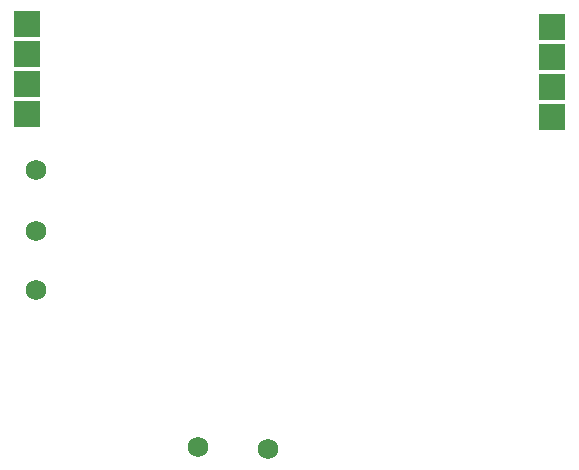
<source format=gbs>
G04 Layer: BottomSolderMaskLayer*
G04 EasyEDA v6.4.25, 2021-10-08T18:06:41+02:00*
G04 037b28f00f454e67816ab17afa83080b,1cac1e5aea054b3a93835a94b3064acf,10*
G04 Gerber Generator version 0.2*
G04 Scale: 100 percent, Rotated: No, Reflected: No *
G04 Dimensions in millimeters *
G04 leading zeros omitted , absolute positions ,4 integer and 5 decimal *
%FSLAX45Y45*%
%MOMM*%

%ADD37C,1.7272*%

%LPD*%
G36*
X916939Y7381239D02*
G01*
X916939Y7604760D01*
X1140460Y7604760D01*
X1140460Y7381239D01*
G37*
G36*
X916939Y7635239D02*
G01*
X916939Y7858760D01*
X1140460Y7858760D01*
X1140460Y7635239D01*
G37*
G36*
X916939Y7889239D02*
G01*
X916939Y8112760D01*
X1140460Y8112760D01*
X1140460Y7889239D01*
G37*
G36*
X916939Y8143239D02*
G01*
X916939Y8366760D01*
X1140460Y8366760D01*
X1140460Y8143239D01*
G37*
G36*
X5361940Y7355839D02*
G01*
X5361940Y7579360D01*
X5585459Y7579360D01*
X5585459Y7355839D01*
G37*
G36*
X5361940Y7609839D02*
G01*
X5361940Y7833360D01*
X5585459Y7833360D01*
X5585459Y7609839D01*
G37*
G36*
X5361940Y7863839D02*
G01*
X5361940Y8087360D01*
X5585459Y8087360D01*
X5585459Y7863839D01*
G37*
G36*
X5361940Y8117839D02*
G01*
X5361940Y8341360D01*
X5585459Y8341360D01*
X5585459Y8117839D01*
G37*
D37*
G01*
X3073400Y4660900D03*
G01*
X2476500Y4673600D03*
G01*
X1104900Y6007100D03*
G01*
X1104900Y6502400D03*
G01*
X1104900Y7023100D03*
M02*

</source>
